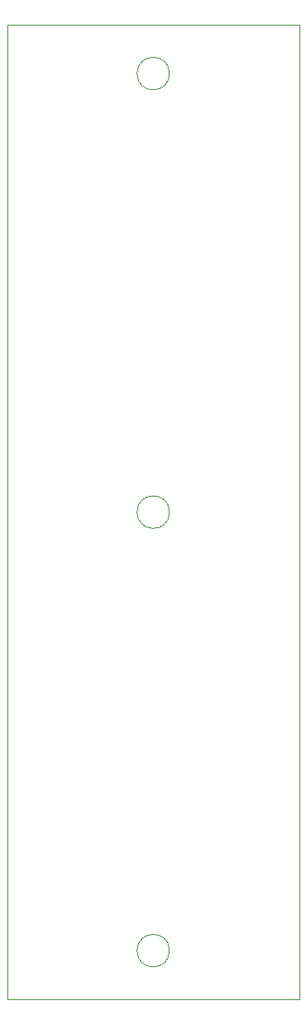
<source format=gbr>
%TF.GenerationSoftware,KiCad,Pcbnew,8.0.8-8.0.8-0~ubuntu24.04.1*%
%TF.CreationDate,2025-02-21T09:49:17+09:00*%
%TF.ProjectId,led01,6c656430-312e-46b6-9963-61645f706362,rev?*%
%TF.SameCoordinates,Original*%
%TF.FileFunction,Profile,NP*%
%FSLAX46Y46*%
G04 Gerber Fmt 4.6, Leading zero omitted, Abs format (unit mm)*
G04 Created by KiCad (PCBNEW 8.0.8-8.0.8-0~ubuntu24.04.1) date 2025-02-21 09:49:17*
%MOMM*%
%LPD*%
G01*
G04 APERTURE LIST*
%TA.AperFunction,Profile*%
%ADD10C,0.050000*%
%TD*%
G04 APERTURE END LIST*
D10*
X100000000Y-50000000D02*
X130000000Y-50000000D01*
X130000000Y-150000000D01*
X100000000Y-150000000D01*
X100000000Y-50000000D01*
X116670000Y-145000000D02*
G75*
G02*
X113330000Y-145000000I-1670000J0D01*
G01*
X113330000Y-145000000D02*
G75*
G02*
X116670000Y-145000000I1670000J0D01*
G01*
X116670000Y-100000000D02*
G75*
G02*
X113330000Y-100000000I-1670000J0D01*
G01*
X113330000Y-100000000D02*
G75*
G02*
X116670000Y-100000000I1670000J0D01*
G01*
X116670000Y-55000000D02*
G75*
G02*
X113330000Y-55000000I-1670000J0D01*
G01*
X113330000Y-55000000D02*
G75*
G02*
X116670000Y-55000000I1670000J0D01*
G01*
M02*

</source>
